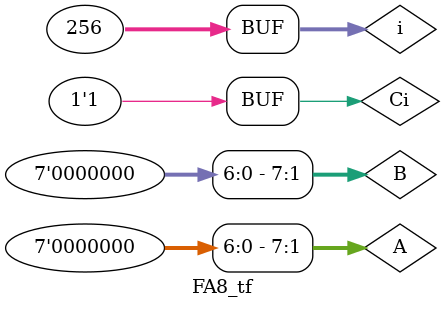
<source format=v>
`timescale 1ns / 1ps


module FA8_tf;

	// Inputs
	reg [7:0] A;
	reg [7:0] B;
	reg Ci;

	// Outputs
	wire [7:0] Y;
	wire Co;

   integer i;
	
	// Instantiate the Unit Under Test (UUT)
	FA8 uut (
		.A(A), 
		.B(B), 
		.Ci(Ci), 
		.Y(Y), 
		.Co(Co)
	);

	initial begin
		// Initialize Inputs
		A  = 0;
		B  = 0;
		Ci = 0;
		i  = 0;

		// Wait 100 ns for global reset to finish
		#100;
        
		// Add stimulus here

   for (i=0; i<256; i=i+1)
	   begin
		A = $random;
		B = $random;
		if (i>127) Ci = 1;
		
		#25
		if (Y !== A + B + Ci) $display("Error");
		$write(".");
		end
		
	end
      
endmodule


</source>
